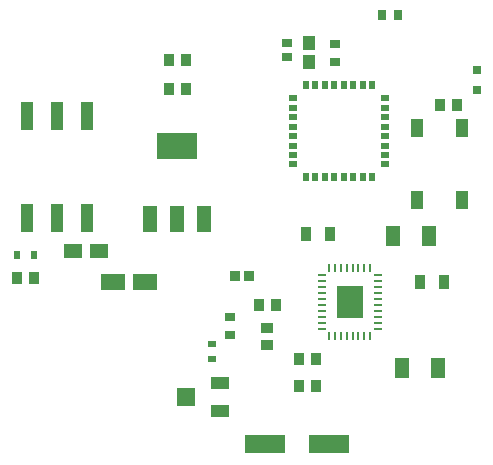
<source format=gtp>
G04*
G04 #@! TF.GenerationSoftware,Altium Limited,Altium Designer,21.1.1 (26)*
G04*
G04 Layer_Color=8421504*
%FSLAX25Y25*%
%MOIN*%
G70*
G04*
G04 #@! TF.SameCoordinates,B944FD0A-875C-4FF3-B887-5F38681DF828*
G04*
G04*
G04 #@! TF.FilePolarity,Positive*
G04*
G01*
G75*
%ADD15R,0.08881X0.10849*%
%ADD16R,0.03150X0.01968*%
%ADD17R,0.01968X0.03150*%
%ADD18R,0.03543X0.03150*%
%ADD19R,0.03543X0.03150*%
%ADD20R,0.04724X0.08661*%
%ADD21R,0.13780X0.08661*%
%ADD22R,0.03937X0.06299*%
%ADD23R,0.03765X0.04749*%
%ADD24R,0.13780X0.06299*%
%ADD25R,0.03740X0.04134*%
%ADD26R,0.06102X0.04724*%
%ADD27R,0.02996X0.00955*%
G04:AMPARAMS|DCode=28|XSize=29.96mil|YSize=9.55mil|CornerRadius=4.77mil|HoleSize=0mil|Usage=FLASHONLY|Rotation=180.000|XOffset=0mil|YOffset=0mil|HoleType=Round|Shape=RoundedRectangle|*
%AMROUNDEDRECTD28*
21,1,0.02996,0.00000,0,0,180.0*
21,1,0.02042,0.00955,0,0,180.0*
1,1,0.00955,-0.01021,0.00000*
1,1,0.00955,0.01021,0.00000*
1,1,0.00955,0.01021,0.00000*
1,1,0.00955,-0.01021,0.00000*
%
%ADD28ROUNDEDRECTD28*%
G04:AMPARAMS|DCode=29|XSize=9.55mil|YSize=29.96mil|CornerRadius=4.77mil|HoleSize=0mil|Usage=FLASHONLY|Rotation=180.000|XOffset=0mil|YOffset=0mil|HoleType=Round|Shape=RoundedRectangle|*
%AMROUNDEDRECTD29*
21,1,0.00955,0.02042,0,0,180.0*
21,1,0.00000,0.02996,0,0,180.0*
1,1,0.00955,0.00000,0.01021*
1,1,0.00955,0.00000,0.01021*
1,1,0.00955,0.00000,-0.01021*
1,1,0.00955,0.00000,-0.01021*
%
%ADD29ROUNDEDRECTD29*%
%ADD30R,0.06299X0.04331*%
%ADD31R,0.06299X0.06299*%
%ADD32R,0.03543X0.04134*%
%ADD33R,0.03985X0.04758*%
%ADD34R,0.07874X0.05315*%
%ADD35R,0.04921X0.07087*%
%ADD36R,0.02953X0.03347*%
%ADD37R,0.03543X0.02756*%
%ADD38R,0.02362X0.03150*%
%ADD39R,0.03150X0.03150*%
%ADD40R,0.04449X0.09606*%
%ADD41R,0.03150X0.02362*%
%ADD42R,0.03371X0.03379*%
%ADD43R,0.04134X0.03740*%
D15*
X36500Y-20000D02*
D03*
D16*
X17571Y47878D02*
D03*
Y44728D02*
D03*
Y41579D02*
D03*
Y38429D02*
D03*
Y35280D02*
D03*
Y32130D02*
D03*
Y28980D02*
D03*
X17571Y25831D02*
D03*
X48280Y25831D02*
D03*
Y28980D02*
D03*
Y32130D02*
D03*
Y35280D02*
D03*
Y38429D02*
D03*
Y41579D02*
D03*
Y44728D02*
D03*
Y47878D02*
D03*
D17*
X21902Y21500D02*
D03*
X25051Y21500D02*
D03*
X28201D02*
D03*
X31350D02*
D03*
X34500D02*
D03*
X37650D02*
D03*
X40799D02*
D03*
X43949D02*
D03*
X43949Y52209D02*
D03*
X40799D02*
D03*
X37650D02*
D03*
X34500D02*
D03*
X31350D02*
D03*
X28201D02*
D03*
X25051D02*
D03*
X21902D02*
D03*
D18*
X15500Y66362D02*
D03*
D19*
X31500Y60047D02*
D03*
X31500Y65953D02*
D03*
X-3500Y-30953D02*
D03*
Y-25047D02*
D03*
D20*
X-30055Y7591D02*
D03*
X-21000D02*
D03*
X-11945D02*
D03*
D21*
X-21000Y32000D02*
D03*
D22*
X59039Y13984D02*
D03*
X74000D02*
D03*
X59039Y38000D02*
D03*
X74000D02*
D03*
D23*
X21964Y2500D02*
D03*
X30035D02*
D03*
X68035Y-13500D02*
D03*
X59965D02*
D03*
D24*
X8370Y-67500D02*
D03*
X29630D02*
D03*
D25*
X19546Y-48000D02*
D03*
X25254D02*
D03*
X19546Y-38900D02*
D03*
X25254Y-38900D02*
D03*
D26*
X-55831Y-3000D02*
D03*
X-47169D02*
D03*
D27*
X45853Y-28858D02*
D03*
D28*
Y-26890D02*
D03*
Y-24921D02*
D03*
Y-22953D02*
D03*
Y-20984D02*
D03*
Y-19016D02*
D03*
Y-17047D02*
D03*
Y-15079D02*
D03*
Y-13110D02*
D03*
Y-11142D02*
D03*
X27147D02*
D03*
Y-13110D02*
D03*
Y-15079D02*
D03*
Y-17047D02*
D03*
Y-19016D02*
D03*
Y-20984D02*
D03*
Y-22953D02*
D03*
Y-24921D02*
D03*
Y-26890D02*
D03*
Y-28858D02*
D03*
D29*
X43390Y-8679D02*
D03*
X41421Y-8679D02*
D03*
X39453D02*
D03*
X37484D02*
D03*
X35516D02*
D03*
X33547D02*
D03*
X31579D02*
D03*
X29610Y-8679D02*
D03*
Y-31321D02*
D03*
X31579Y-31321D02*
D03*
X33547D02*
D03*
X35516D02*
D03*
X37484D02*
D03*
X39453D02*
D03*
X41421D02*
D03*
X43390Y-31321D02*
D03*
D30*
X-6691Y-56228D02*
D03*
Y-47172D02*
D03*
D31*
X-18109Y-51700D02*
D03*
D32*
X-23854Y60500D02*
D03*
X-18146D02*
D03*
X-23854Y51000D02*
D03*
X-18146D02*
D03*
X66746Y45700D02*
D03*
X72454D02*
D03*
X12054Y-21100D02*
D03*
X6346D02*
D03*
X-74354Y-12000D02*
D03*
X-68646D02*
D03*
D33*
X23000Y66157D02*
D03*
Y59843D02*
D03*
D34*
X-42217Y-13500D02*
D03*
X-31784D02*
D03*
D35*
X53996Y-42000D02*
D03*
X66004D02*
D03*
X63004Y2000D02*
D03*
X50996D02*
D03*
D36*
X47441Y75500D02*
D03*
X52559D02*
D03*
D37*
X15500Y61638D02*
D03*
D38*
X-68646Y-4500D02*
D03*
X-74354D02*
D03*
D39*
X79000Y57248D02*
D03*
Y50752D02*
D03*
D40*
X-51000Y41929D02*
D03*
X-61000D02*
D03*
X-71000D02*
D03*
Y8071D02*
D03*
X-61000D02*
D03*
X-51000D02*
D03*
D41*
X-9500Y-39059D02*
D03*
Y-33941D02*
D03*
D42*
X-1866Y-11500D02*
D03*
X2866Y-11500D02*
D03*
D43*
X9000Y-34354D02*
D03*
Y-28646D02*
D03*
M02*

</source>
